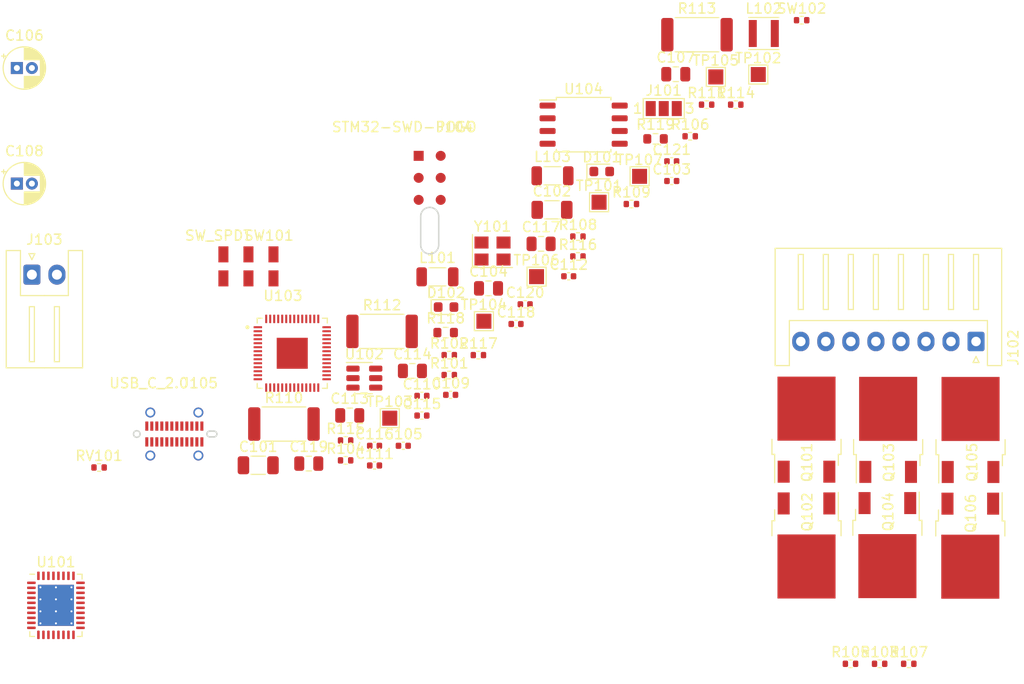
<source format=kicad_pcb>
(kicad_pcb (version 20211014) (generator pcbnew)
  (layers (0 "F.Cu" signal) (31 "B.Cu" signal) (34 "B.Paste" user) (35 "F.Paste" user) (36 "B.SilkS" user "B.Silkscreen") (37 "F.SilkS" user "F.Silkscreen") (38 "B.Mask" user) (39 "F.Mask" user) (44 "Edge.Cuts" user))
  (net 0 "")
  (net 1 "GND")
  (net 2 "Net-(C101-Pad2)")
  (net 3 "Net-(C103-Pad1)")
  (net 4 "Net-(C104-Pad1)")
  (net 5 "+24V")
  (net 6 "Net-(C109-Pad1)")
  (net 7 "Net-(C109-Pad2)")
  (net 8 "Net-(C110-Pad1)")
  (net 9 "BLDC_U")
  (net 10 "Net-(C112-Pad1)")
  (net 11 "BLDC_V")
  (net 12 "+3V3")
  (net 13 "Net-(C116-Pad1)")
  (net 14 "BLDC_W")
  (net 15 "XIN")
  (net 16 "XOUT")
  (net 17 "Net-(D101-Pad1)")
  (net 18 "ERR")
  (net 19 "Net-(D102-Pad1)")
  (net 20 "Net-(D102-Pad2)")
  (net 21 "DRV")
  (net 22 "+5V")
  (net 23 "HALL_U")
  (net 24 "HALL_V")
  (net 25 "HALL_W")
  (net 26 "SWD")
  (net 27 "RUN")
  (net 29 "SWCLK")
  (net 30 "Net-(J105-PadA5)")
  (net 31 "USB_P")
  (net 32 "USB_M")
  (net 34 "Net-(J105-PadB5)")
  (net 36 "Net-(L101-Pad1)")
  (net 37 "Net-(L101-Pad2)")
  (net 38 "Net-(Q101-Pad2)")
  (net 39 "Net-(Q102-Pad2)")
  (net 40 "Net-(Q102-Pad3)")
  (net 41 "Net-(Q103-Pad2)")
  (net 42 "Net-(Q104-Pad2)")
  (net 43 "Net-(Q104-Pad3)")
  (net 44 "Net-(Q105-Pad2)")
  (net 45 "Net-(Q106-Pad2)")
  (net 46 "Net-(Q106-Pad3)")
  (net 47 "Net-(R102-Pad1)")
  (net 48 "Net-(R103-Pad1)")
  (net 49 "Net-(R104-Pad1)")
  (net 50 "Net-(R105-Pad1)")
  (net 51 "Net-(R106-Pad1)")
  (net 52 "Net-(R107-Pad1)")
  (net 53 "Net-(R108-Pad1)")
  (net 54 "Net-(R109-Pad2)")
  (net 55 "Net-(R117-Pad1)")
  (net 56 "QSPI_CS")
  (net 57 "Net-(R118-Pad2)")
  (net 58 "Net-(R119-Pad2)")
  (net 59 "MANUAL")
  (net 60 "MANUAL_EN")
  (net 61 "EXT_IN")
  (net 62 "UH")
  (net 63 "VH")
  (net 64 "WH")
  (net 65 "UL")
  (net 66 "WL")
  (net 67 "VL")
  (net 69 "Net-(U103-Pad23)")
  (net 70 "EN")
  (net 71 "SH")
  (net 72 "QSPI_D3")
  (net 73 "QSPI_SCLK")
  (net 74 "QSPI_D0")
  (net 75 "QSPI_D2")
  (net 76 "QSPI_D1")
  (net 77 "UART_TX")
  (net 78 "UART_RX")
  (net 79 "SDA")
  (net 80 "SCL")
  (net 85 "GAIN")
  (net 87 "S0")
  (net 88 "S1")
  (net 89 "S2")
  (footprint "Resistor_SMD:R_0402_1005Metric" (layer "F.Cu") (at 125.1596 63.3718)
    (fp_text reference "R109" (at 0 -1.17) (layer "F.SilkS"))
    (fp_text value "27k")
    (pad "1" smd roundrect (at -0.51 0) (size 0.54 0.64) (layers "F.Cu" "F.Paste" "F.Mask") (net 53 "Net-(R108-Pad1)"))
    (pad "2" smd roundrect (at 0.51 0) (size 0.54 0.64) (layers "F.Cu" "F.Paste" "F.Mask") (net 54 "Net-(R109-Pad2)"))
  )
  (footprint "Resistor_SMD:R_0402_1005Metric" (layer "F.Cu") (at 131.0296 56.6018)
    (fp_text reference "R106" (at 0 -1.17) (layer "F.SilkS"))
    (fp_text value "22")
    (pad "1" smd roundrect (at -0.51 0) (size 0.54 0.64) (layers "F.Cu" "F.Paste" "F.Mask") (net 51 "Net-(R106-Pad1)"))
    (pad "2" smd roundrect (at 0.51 0) (size 0.54 0.64) (layers "F.Cu" "F.Paste" "F.Mask") (net 42 "Net-(Q104-Pad2)"))
  )
  (footprint "Capacitor_SMD:C_0402_1005Metric" (layer "F.Cu") (at 129.1896 59.1018)
    (fp_text reference "C121" (at 0 -1.16) (layer "F.SilkS"))
    (fp_text value "20pF")
    (pad "1" smd roundrect (at -0.48 0) (size 0.56 0.62) (layers "F.Cu" "F.Paste" "F.Mask") (net 16 "XOUT"))
    (pad "2" smd roundrect (at 0.48 0) (size 0.56 0.62) (layers "F.Cu" "F.Paste" "F.Mask") (net 1 "GND"))
  )
  (footprint "Crystal:Crystal_SMD_3225-4Pin_3.2x2.5mm" (layer "F.Cu") (at 111.2896 68.0718)
    (fp_text reference "Y101" (at 0 -2.45) (layer "F.SilkS"))
    (fp_text value "12MHz")
    (pad "1" smd rect (at -1.1 0.85) (size 1.4 1.2) (layers "F.Cu" "F.Paste" "F.Mask") (net 15 "XIN"))
    (pad "2" smd rect (at 1.1 0.85) (size 1.4 1.2) (layers "F.Cu" "F.Paste" "F.Mask") (net 1 "GND"))
    (pad "3" smd rect (at 1.1 -0.85) (size 1.4 1.2) (layers "F.Cu" "F.Paste" "F.Mask") (net 16 "XOUT"))
    (pad "4" smd rect (at -1.1 -0.85) (size 1.4 1.2) (layers "F.Cu" "F.Paste" "F.Mask") (net 1 "GND"))
  )
  (footprint "matei:JS202011JCQN" (layer "F.Cu") (at 86.4146 71.6068)
    (fp_text reference "SW101" (at 2.54 -5.08) (layer "F.SilkS"))
    (fp_text value "SW_SPDT" (at -2.54 -5.08) (layer "F.SilkS"))
    (pad "1" smd rect (at -2 -0.8) (size 1 1.6) (layers "F.Cu" "F.Paste" "F.Mask") (net 12 "+3V3"))
    (pad "2" smd rect (at 0.5 -0.8) (size 1 1.6) (layers "F.Cu" "F.Paste" "F.Mask") (net 60 "MANUAL_EN"))
    (pad "3" smd rect (at 3 -0.8) (size 1 1.6) (layers "F.Cu" "F.Paste" "F.Mask") (net 1 "GND"))
    (pad "4" smd rect (at -2 -3.2) (size 1 1.6) (layers "F.Cu" "F.Paste" "F.Mask"))
    (pad "5" smd rect (at 0.5 -3.2) (size 1 1.6) (layers "F.Cu" "F.Paste" "F.Mask"))
    (pad "6" smd rect (at 3 -3.2) (size 1 1.6) (layers "F.Cu" "F.Paste" "F.Mask"))
  )
  (footprint "Package_DFN_QFN:QFN-36-1EP_5x6mm_P0.5mm_EP3.6x4.1mm_ThermalVias" (layer "F.Cu") (at 67.691 103.4796)
    (fp_text reference "U101" (at 0 -4.32) (layer "F.SilkS"))
    (fp_text value "TMC6140")
    (pad "1" smd roundrect (at -2.45 -2.25) (size 0.85 0.25) (layers "F.Cu" "F.Paste" "F.Mask"))
    (pad "2" smd roundrect (at -2.45 -1.75) (size 0.85 0.25) (layers "F.Cu" "F.Paste" "F.Mask"))
    (pad "3" smd roundrect (at -2.45 -1.25) (size 0.85 0.25) (layers "F.Cu" "F.Paste" "F.Mask") (net 62 "UH"))
    (pad "4" smd roundrect (at -2.45 -0.75) (size 0.85 0.25) (layers "F.Cu" "F.Paste" "F.Mask") (net 63 "VH"))
    (pad "5" smd roundrect (at -2.45 -0.25) (size 0.85 0.25) (layers "F.Cu" "F.Paste" "F.Mask") (net 64 "WH"))
    (pad "6" smd roundrect (at -2.45 0.25) (size 0.85 0.25) (layers "F.Cu" "F.Paste" "F.Mask") (net 65 "UL"))
    (pad "7" smd roundrect (at -2.45 0.75) (size 0.85 0.25) (layers "F.Cu" "F.Paste" "F.Mask") (net 66 "WL"))
    (pad "8" smd roundrect (at -2.45 1.25) (size 0.85 0.25) (layers "F.Cu" "F.Paste" "F.Mask"))
    (pad "9" smd roundrect (at -2.45 1.75) (size 0.85 0.25) (layers "F.Cu" "F.Paste" "F.Mask"))
    (pad "10" smd roundrect (at -2.45 2.25) (size 0.85 0.25) (layers "F.Cu" "F.Paste" "F.Mask") (net 67 "VL"))
    (pad "11" smd roundrect (at -1.75 2.95) (size 0.25 0.85) (layers "F.Cu" "F.Paste" "F.Mask"))
    (pad "12" smd roundrect (at -1.25 2.95) (size 0.25 0.85) (layers "F.Cu" "F.Paste" "F.Mask") (net 18 "ERR"))
    (pad "13" smd roundrect (at -0.75 2.95) (size 0.25 0.85) (layers "F.Cu" "F.Paste" "F.Mask"))
    (pad "14" smd roundrect (at -0.25 2.95) (size 0.25 0.85) (layers "F.Cu" "F.Paste" "F.Mask"))
    (pad "15" smd roundrect (at 0.25 2.95) (size 0.25 0.85) (layers "F.Cu" "F.Paste" "F.Mask"))
    (pad "16" smd roundrect (at 0.75 2.95) (size 0.25 0.85) (layers "F.Cu" "F.Paste" "F.Mask"))
    (pad "17" smd roundrect (at 1.25 2.95) (size 0.25 0.85) (layers "F.Cu" "F.Paste" "F.Mask"))
    (pad "18" smd roundrect (at 1.75 2.95) (size 0.25 0.85) (layers "F.Cu" "F.Paste" "F.Mask"))
    (pad "19" smd roundrect (at 2.45 2.25) (size 0.85 0.25) (layers "F.Cu" "F.Paste" "F.Mask"))
    (pad "20" smd roundrect (at 2.45 1.75) (size 0.85 0.25) (layers "F.Cu" "F.Paste" "F.Mask"))
    (pad "21" smd roundrect (at 2.45 1.25) (size 0.85 0.25) (layers "F.Cu" "F.Paste" "F.Mask"))
    (pad "22" smd roundrect (at 2.45 0.75) (size 0.85 0.25) (layers "F.Cu" "F.Paste" "F.Mask"))
    (pad "23" smd roundrect (at 2.45 0.25) (size 0.85 0.25) (layers "F.Cu" "F.Paste" "F.Mask"))
    (pad "24" smd roundrect (at 2.45 -0.25) (size 0.85 0.25) (layers "F.Cu" "F.Paste" "F.Mask"))
    (pad "25" smd roundrect (at 2.45 -0.75) (size 0.85 0.25) (layers "F.Cu" "F.Paste" "F.Mask"))
    (pad "26" smd roundrect (at 2.45 -1.25) (size 0.85 0.25) (layers "F.Cu" "F.Paste" "F.Mask"))
    (pad "27" smd roundrect (at 2.45 -1.75) (size 0.85 0.25) (layers "F.Cu" "F.Paste" "F.Mask"))
    (pad "28" smd roundrect (at 2.45 -2.25) (size 0.85 0.25) (layers "F.Cu" "F.Paste" "F.Mask"))
    (pad "29" smd roundrect (at 1.75 -2.95) (size 0.25 0.85) (layers "F.Cu" "F.Paste" "F.Mask"))
    (pad "30" smd roundrect (at 1.25 -2.95) (size 0.25 0.85) (layers "F.Cu" "F.Paste" "F.Mask"))
    (pad "31" smd roundrect (at 0.75 -2.95) (size 0.25 0.85) (layers "F.Cu" "F.Paste" "F.Mask"))
    (pad "32" smd roundrect (at 0.25 -2.95) (size 0.25 0.85) (layers "F.Cu" "F.Paste" "F.Mask"))
    (pad "33" smd roundrect (at -0.25 -2.95) (size 0.25 0.85) (layers "F.Cu" "F.Paste" "F.Mask"))
    (pad "34" smd roundrect (at -0.75 -2.95) (size 0.25 0.85) (layers "F.Cu" "F.Paste" "F.Mask"))
    (pad "35" smd roundrect (at -1.25 -2.95) (size 0.25 0.85) (layers "F.Cu" "F.Paste" "F.Mask"))
    (pad "36" smd roundrect (at -1.75 -2.95) (size 0.25 0.85) (layers "F.Cu" "F.Paste" "F.Mask"))
    (pad "37" thru_hole circle (at -1.55 -1.8) (size 0.5 0.5) (drill 0.2) (layers *.Cu))
    (pad "37" thru_hole circle (at 1.55 0.6) (size 0.5 0.5) (drill 0.2) (layers *.Cu))
    (pad "37" thru_hole circle (at 0 -0.6) (size 0.5 0.5) (drill 0.2) (layers *.Cu))
    (pad "37" thru_hole circle (at 0 -1.8) (size 0.5 0.5) (drill 0.2) (layers *.Cu))
    (pad "37" thru_hole circle (at -1.55 -0.6) (size 0.5 0.5) (drill 0.2) (layers *.Cu))
    (pad "37" thru_hole circle (at 1.55 -1.8) (size 0.5 0.5) (drill 0.2) (layers *.Cu))
    (pad "37" thru_hole circle (at -1.55 0.6) (size 0.5 0.5) (drill 0.2) (layers *.Cu))
    (pad "37" thru_hole circle (at 1.55 -0.6) (size 0.5 0.5) (drill 0.2) (layers *.Cu))
    (pad "37" thru_hole circle (at 1.55 1.8) (size 0.5 0.5) (drill 0.2) (layers *.Cu))
    (pad "37" smd rect (at 0 0) (size 3.6 4.1) (layers "B.Cu"))
    (pad "37" thru_hole circle (at -1.55 1.8) (size 0.5 0.5) (drill 0.2) (layers *.Cu))
    (pad "37" thru_hole circle (at 0 0.6) (size 0.5 0.5) (drill 0.2) (layers *.Cu))
    (pad "37" thru_hole circle (at 0 1.8) (size 0.5 0.5) (drill 0.2) (layers *.Cu))
    (pad "37" smd rect (at 0 0) (size 3.6 4.1) (layers "F.Cu" "F.Mask"))
  )
  (footprint "Inductor_SMD:L_Taiyo-Yuden_NR-30xx" (layer "F.Cu") (at 138.3796 46.3318)
    (fp_text reference "L102" (at 0 -2.5) (layer "F.SilkS"))
    (fp_text value "4.7uH")
    (pad "1" smd rect (at -1.1 0) (size 0.8 2.7) (layers "F.Cu" "F.Paste" "F.Mask") (net 7 "Net-(C109-Pad2)"))
    (pad "2" smd rect (at 1.1 0) (size 0.8 2.7) (layers "F.Cu" "F.Paste" "F.Mask") (net 12 "+3V3"))
  )
  (footprint "Capacitor_SMD:C_1206_3216Metric" (layer "F.Cu") (at 87.8896 89.4818)
    (fp_text reference "C101" (at 0 -1.85) (layer "F.SilkS"))
    (fp_text value "22uF")
    (pad "1" smd roundrect (at -1.475 0) (size 1.15 1.8) (layers "F.Cu" "F.Paste" "F.Mask") (roundrect_rratio 0.217391) (net 1 "GND"))
    (pad "2" smd roundrect (at 1.475 0) (size 1.15 1.8) (layers "F.Cu" "F.Paste" "F.Mask") (roundrect_rratio 0.217391) (net 2 "Net-(C101-Pad2)"))
  )
  (footprint "Capacitor_SMD:C_0402_1005Metric" (layer "F.Cu") (at 104.2396 84.5118)
    (fp_text reference "C115" (at 0 -1.16) (layer "F.SilkS"))
    (fp_text value "10nF")
    (pad "1" smd roundrect (at -0.48 0) (size 0.56 0.62) (layers "F.Cu" "F.Paste" "F.Mask") (net 5 "+24V"))
    (pad "2" smd roundrect (at 0.48 0) (size 0.56 0.62) (layers "F.Cu" "F.Paste" "F.Mask") (net 1 "GND"))
  )
  (footprint "Resistor_SMD:R_0402_1005Metric" (layer "F.Cu") (at 109.8796 78.4718)
    (fp_text reference "R117" (at 0 -1.17) (layer "F.SilkS"))
    (fp_text value "1k")
    (pad "1" smd roundrect (at -0.51 0) (size 0.54 0.64) (layers "F.Cu" "F.Paste" "F.Mask") (net 55 "Net-(R117-Pad1)"))
    (pad "2" smd roundrect (at 0.51 0) (size 0.54 0.64) (layers "F.Cu" "F.Paste" "F.Mask") (net 56 "QSPI_CS"))
  )
  (footprint "Package_TO_SOT_SMD:TO-252-2" (layer "F.Cu") (at 159.0284 85.9536 90)
    (fp_text reference "Q105" (at -3.2326 0.1534 90) (layer "F.SilkS"))
    (fp_text value "NCE6020AK")
    (pad "1" smd rect (at -4.2 -2.28 90) (size 2.2 1.2) (layers "F.Cu" "F.Paste" "F.Mask") (net 5 "+24V"))
    (pad "2" smd rect (at 2.1 0 90) (size 6.4 5.8) (layers "F.Cu" "F.Mask") (net 44 "Net-(Q105-Pad2)"))
    (pad "3" smd rect (at -4.2 2.28 90) (size 2.2 1.2) (layers "F.Cu" "F.Paste" "F.Mask") (net 14 "BLDC_W"))
  )
  (footprint "Package_SO:SOIC-8_5.23x5.23mm_P1.27mm" (layer "F.Cu") (at 120.3896 55.4418)
    (fp_text reference "U104" (at 0 -3.56) (layer "F.SilkS"))
    (fp_text value "W25Q32JVSS")
    (pad "1" smd roundrect (at -3.6 -1.905) (size 1.6 0.6) (layers "F.Cu" "F.Paste" "F.Mask") (net 56 "QSPI_CS"))
    (pad "2" smd roundrect (at -3.6 -0.635) (size 1.6 0.6) (layers "F.Cu" "F.Paste" "F.Mask") (net 74 "QSPI_D0"))
    (pad "3" smd roundrect (at -3.6 0.635) (size 1.6 0.6) (layers "F.Cu" "F.Paste" "F.Mask") (net 75 "QSPI_D2"))
    (pad "4" smd roundrect (at -3.6 1.905) (size 1.6 0.6) (layers "F.Cu" "F.Paste" "F.Mask") (net 1 "GND"))
    (pad "5" smd roundrect (at 3.6 1.905) (size 1.6 0.6) (layers "F.Cu" "F.Paste" "F.Mask") (net 76 "QSPI_D1"))
    (pad "6" smd roundrect (at 3.6 0.635) (size 1.6 0.6) (layers "F.Cu" "F.Paste" "F.Mask") (net 73 "QSPI_SCLK"))
    (pad "7" smd roundrect (at 3.6 -0.635) (size 1.6 0.6) (layers "F.Cu" "F.Paste" "F.Mask") (net 72 "QSPI_D3"))
    (pad "8" smd roundrect (at 3.6 -1.905) (size 1.6 0.6) (layers "F.Cu" "F.Paste" "F.Mask") (net 12 "+3V3"))
  )
  (footprint "Capacitor_SMD:C_0805_2012Metric" (layer "F.Cu") (at 97.0296 84.5018)
    (fp_text reference "C113" (at 0 -1.68) (layer "F.SilkS"))
    (fp_text value "10uF")
    (pad "1" smd roundrect (at -0.95 0) (size 1 1.45) (layers "F.Cu" "F.Paste" "F.Mask") (net 12 "+3V3"))
    (pad "2" smd roundrect (at 0.95 0) (size 1 1.45) (layers "F.Cu" "F.Paste" "F.Mask") (net 1 "GND"))
  )
  (footprint "TestPoint:TestPoint_Pad_1.5x1.5mm" (layer "F.Cu") (at 121.9296 63.1918)
    (fp_text reference "TP101" (at 0 -1.648) (layer "F.SilkS"))
    (fp_text value "ENCU")
    (pad "1" smd rect (at 0 0) (size 1.5 1.5) (layers "F.Cu" "F.Mask") (net 23 "HALL_U"))
  )
  (footprint "Package_TO_SOT_SMD:TO-252-2" (layer "F.Cu") (at 142.6454 85.9214 90)
    (fp_text reference "Q101" (at -3.2834 0.0518 90) (layer "F.SilkS"))
    (fp_text value "NCE6020AK")
    (pad "1" smd rect (at -4.2 -2.28 90) (size 2.2 1.2) (layers "F.Cu" "F.Paste" "F.Mask") (net 5 "+24V"))
    (pad "2" smd rect (at 2.1 0 90) (size 6.4 5.8) (layers "F.Cu" "F.Mask") (net 38 "Net-(Q101-Pad2)"))
    (pad "3" smd rect (at -4.2 2.28 90) (size 2.2 1.2) (layers "F.Cu" "F.Paste" "F.Mask") (net 9 "BLDC_U"))
  )
  (footprint "Inductor_SMD:L_1206_3216Metric" (layer "F.Cu") (at 117.2796 60.5518)
    (fp_text reference "L103" (at 0 -1.9) (layer "F.SilkS"))
    (fp_text value "20uH")
    (pad "1" smd roundrect (at -1.575 0) (size 1.05 1.9) (layers "F.Cu" "F.Paste" "F.Mask") (roundrect_rratio 0.238095) (net 2 "Net-(C101-Pad2)"))
    (pad "2" smd roundrect (at 1.575 0) (size 1.05 1.9) (layers "F.Cu" "F.Paste" "F.Mask") (roundrect_rratio 0.238095) (net 36 "Net-(L101-Pad1)"))
  )
  (footprint "Resistor_SMD:R_0402_1005Metric" (layer "F.Cu") (at 106.9696 80.4618)
    (fp_text reference "R101" (at 0 -1.17) (layer "F.SilkS"))
    (fp_text value "10k")
    (pad "1" smd roundrect (at -0.51 0) (size 0.54 0.64) (layers "F.Cu" "F.Paste" "F.Mask") (net 1 "GND"))
    (pad "2" smd roundrect (at 0.51 0) (size 0.54 0.64) (layers "F.Cu" "F.Paste" "F.Mask") (net 17 "Net-(D101-Pad1)"))
  )
  (footprint "Capacitor_SMD:C_0805_2012Metric" (layer "F.Cu") (at 92.9396 89.3118)
    (fp_text reference "C119" (at 0 -1.68) (layer "F.SilkS"))
    (fp_text value "10uF")
    (pad "1" smd roundrect (at -0.95 0) (size 1 1.45) (layers "F.Cu" "F.Paste" "F.Mask") (net 5 "+24V"))
    (pad "2" smd roundrect (at 0.95 0) (size 1 1.45) (layers "F.Cu" "F.Paste" "F.Mask") (net 1 "GND"))
  )
  (footprint "Capacitor_SMD:C_0805_2012Metric" (layer "F.Cu") (at 116.1396 67.3518)
    (fp_text reference "C117" (at 0 -1.68) (layer "F.SilkS"))
    (fp_text value "10uF")
    (pad "1" smd roundrect (at -0.95 0) (size 1 1.45) (layers "F.Cu" "F.Paste" "F.Mask") (net 5 "+24V"))
    (pad "2" smd roundrect (at 0.95 0) (size 1 1.45) (layers "F.Cu" "F.Paste" "F.Mask") (net 1 "GND"))
  )
  (footprint "Capacitor_SMD:C_0805_2012Metric" (layer "F.Cu") (at 103.2896 80.0518)
    (fp_text reference "C114" (at 0 -1.68) (layer "F.SilkS"))
    (fp_text value "10uF")
    (pad "1" smd roundrect (at -0.95 0) (size 1 1.45) (layers "F.Cu" "F.Paste" "F.Mask") (net 5 "+24V"))
    (pad "2" smd roundrect (at 0.95 0) (size 1 1.45) (layers "F.Cu" "F.Paste" "F.Mask") (net 1 "GND"))
  )
  (footprint "Package_TO_SOT_SMD:TO-252-2" (layer "F.Cu") (at 150.7988 85.944 90)
    (fp_text reference "Q103" (at -3.2608 0.0772 90) (layer "F.SilkS"))
    (fp_text value "NCE6020AK")
    (pad "1" smd rect (at -4.2 -2.28 90) (size 2.2 1.2) (layers "F.Cu" "F.Paste" "F.Mask") (net 5 "+24V"))
    (pad "2" smd rect (at 2.1 0 90) (size 6.4 5.8) (layers "F.Cu" "F.Mask") (net 41 "Net-(Q103-Pad2)"))
    (pad "3" smd rect (at -4.2 2.28 90) (size 2.2 1.2) (layers "F.Cu" "F.Paste" "F.Mask") (net 11 "BLDC_V"))
  )
  (footprint "Resistor_SMD:R_0402_1005Metric" (layer "F.Cu") (at 142.1596 45.0018)
    (fp_text reference "SW102" (at 0 -1.17) (layer "F.SilkS"))
    (fp_text value "BOOT_SEL")
    (pad "1" smd roundrect (at -0.51 0) (size 0.54 0.64) (layers "F.Cu" "F.Paste" "F.Mask") (net 55 "Net-(R117-Pad1)"))
    (pad "2" smd roundrect (at 0.51 0) (size 0.54 0.64) (layers "F.Cu" "F.Paste" "F.Mask") (net 1 "GND"))
  )
  (footprint "Capacitor_SMD:C_0402_1005Metric" (layer "F.Cu") (at 104.2396 82.5418)
    (fp_text reference "C110" (at 0 -1.16) (layer "F.SilkS"))
    (fp_text value "470nF")
    (pad "1" smd roundrect (at -0.48 0) (size 0.56 0.62) (layers "F.Cu" "F.Paste" "F.Mask") (net 8 "Net-(C110-Pad1)"))
    (pad "2" smd roundrect (at 0.48 0) (size 0.56 0.62) (layers "F.Cu" "F.Paste" "F.Mask") (net 9 "BLDC_U"))
  )
  (footprint "Resistor_SMD:R_0603_1608Metric" (layer "F.Cu") (at 106.6096 76.2218)
    (fp_text reference "R118" (at 0 -1.43) (layer "F.SilkS"))
    (fp_text value "27R")
    (pad "1" smd roundrect (at -0.825 0) (size 0.8 0.95) (layers "F.Cu" "F.Paste" "F.Mask") (net 32 "USB_M"))
    (pad "2" smd roundrect (at 0.825 0) (size 0.8 0.95) (layers "F.Cu" "F.Paste" "F.Mask") (net 57 "Net-(R118-Pad2)"))
  )
  (footprint "Resistor_SMD:R_0402_1005Metric" (layer "F.Cu") (at 96.6196 87.0018)
    (fp_text reference "R115" (at 0 -1.17) (layer "F.SilkS"))
    (fp_text value "5.1k")
    (pad "1" smd roundrect (at -0.51 0) (size 0.54 0.64) (layers "F.Cu" "F.Paste" "F.Mask") (net 1 "GND"))
    (pad "2" smd roundrect (at 0.51 0) (size 0.54 0.64) (layers "F.Cu" "F.Paste" "F.Mask") (net 34 "Net-(J105-PadB5)"))
  )
  (footprint "TestPoint:TestPoint_Pad_1.5x1.5mm" (layer "F.Cu") (at 125.9796 60.6018)
    (fp_text reference "TP107" (at 0 -1.648) (layer "F.SilkS"))
    (fp_text value "TestPoint")
    (pad "1" smd rect (at 0 0) (size 1.5 1.5) (layers "F.Cu" "F.Mask") (net 61 "EXT_IN"))
  )
  (footprint "matei:SWD_pogo_landing" (layer "F.Cu") (at 105.0146 60.7568)
    (fp_text reference "J104" (at 2.54 -5.08) (layer "F.SilkS"))
    (fp_text value "STM32-SWD-POGO" (at -2.54 -5.08) (layer "F.SilkS"))
    (fp_line (start 0.9 6.7) (end 0.9 3.85) (layer "Edge.Cuts") (width 0.15))
    (fp_line (start -0.9 3.85) (end -0.9 6.7) (layer "Edge.Cuts") (width 0.15))
    (fp_arc (start 0.9 6.7) (mid 0 7.6) (end -0.9 6.7) (layer "Edge.Cuts") (width 0.15))
    (fp_arc (start -0.9 3.85) (mid 0 2.95) (end 0.9 3.85) (layer "Edge.Cuts") (width 0.15))
    (pad "1" smd rect (at -1.1 -2.2) (size 1 1) (layers "F.Cu" "F.Paste" "F.Mask") (net 12 "+3V3"))
    (pad "2" smd circle (at -1.1 0) (size 1 1) (layers "F.Cu" "F.Paste" "F.Mask") (net 26 "SWD"))
    (pad "3" smd circle (at -1.1 2.2) (size 1 1) (layers "F.Cu" "F.Paste" "F.Mask") (net 27 "RUN"))
    (pad "4" smd circle (at 1.1 2.2) (size 1 1) (layers "F.Cu" "F.Paste" "F.Mask"))
    (pad "5" smd circle (at 1.1 0) (size 1 1) (layers "F.Cu" "F.Paste" "F.Mask") (net 1 "GND"))
    (pad "6" smd circle (at 1.1 -2.2) (size 1 1) (layers "F.Cu" "F.Paste" "F.Mask") (net 29 "SWCLK"))
  )
  (footprint "Resistor_SMD:R_0603_1608Metric" (layer "F.Cu") (at 127.5696 56.8618)
    (fp_text reference "R119" (at 0 -1.43) (layer "F.SilkS"))
    (fp_text value "27R")
    (pad "1" smd roundrect (at -0.825 0) (size 0.8 0.95) (layers "F.Cu" "F.Paste" "F.Mask") (net 31 "USB_P"))
    (pad "2" smd roundrect (at 0.825 0) (size 0.8 0.95) (layers "F.Cu" "F.Paste" "F.Mask") (net 58 "Net-(R119-Pad2)"))
  )
  (footprint "TestPoint:TestPoint_Pad_1.5x1.5mm" (layer "F.Cu") (at 110.4296 75.0818)
    (fp_text reference "TP104" (at 0 -1.648) (layer "F.SilkS"))
    (fp_text value "U")
    (pad "1" smd rect (at 0 0) (size 1.5 1.5) (layers "F.Cu" "F.Mask") (net 9 "BLDC_U"))
  )
  (footprint "Capacitor_SMD:C_0402_1005Metric" (layer "F.Cu") (at 118.8996 70.5918)
    (fp_text reference "C112" (at 0 -1.16) (layer "F.SilkS"))
    (fp_text value "470nF")
    (pad "1" smd roundrect (at -0.48 0) (size 0.56 0.62) (layers "F.Cu" "F.Paste" "F.Mask") (net 10 "Net-(C112-Pad1)"))
    (pad "2" smd roundrect (at 0.48 0) (size 0.56 0.62) (layers "F.Cu" "F.Paste" "F.Mask") (net 11 "BLDC_V"))
  )
  (footprint "Resistor_SMD:R_0402_1005Metric" (layer "F.Cu") (at 106.9696 78.4718)
    (fp_text reference "R102" (at 0 -1.17) (layer "F.SilkS"))
    (fp_text value "22")
    (pad "1" smd roundrect (at -0.51 0) (size 0.54 0.64) (layers "F.Cu" "F.Paste" "F.Mask") (net 47 "Net-(R102-Pad1)"))
    (pad "2" smd roundrect (at 0.51 0) (size 0.54 0.64) (layers "F.Cu" "F.Paste" "F.Mask") (net 44 "Net-(Q105-Pad2)"))
  )
  (footprint "TestPoint:TestPoint_Pad_1.5x1.5mm" (layer "F.Cu") (at 101.0296 84.7718)
    (fp_text reference "TP103" (at 0 -1.648) (layer "F.SilkS"))
    (fp_text value "ENCW")
    (pad "1" smd rect (at 0 0) (size 1.5 1.5) (layers "F.Cu" "F.Mask") (net 25 "HALL_W"))
  )
  (footprint "Capacitor_SMD:C_0402_1005Metric" (layer "F.Cu") (at 129.1896 61.0718)
    (fp_text reference "C103" (at 0 -1.16) (layer "F.SilkS"))
    (fp_text value "100nF")
    (pad "1" smd roundrect (at -0.48 0) (size 0.56 0.62) (layers "F.Cu" "F.Paste" "F.Mask") (net 3 "Net-(C103-Pad1)"))
    (pad "2" smd roundrect (at 0.48 0) (size 0.56 0.62) (layers "F.Cu" "F.Paste" "F.Mask") (net 1 "GND"))
  )
  (footprint "TestPoint:TestPoint_Pad_1.5x1.5mm" (layer "F.Cu") (at 115.6896 70.6318)
    (fp_text reference "TP106" (at 0 -1.648) (layer "F.SilkS"))
    (fp_text value "W")
    (pad "1" smd rect (at 0 0) (size 1.5 1.5) (layers "F.Cu" "F.Mask") (net 14 "BLDC_W"))
  )
  (footprint "Package_TO_SOT_SMD:SOT-23-6" (layer "F.Cu") (at 98.4896 80.7718)
    (fp_text reference "U102" (at 0 -2.4) (layer "F.SilkS"))
    (fp_text value "RY8310")
    (pad "1" smd roundrect (at -1.1375 -0.95) (size 1.325 0.6) (layers "F.Cu" "F.Paste" "F.Mask") (net 6 "Net-(C109-Pad1)"))
    (pad "2" smd roundrect (at -1.1375 0) (size 1.325 0.6) (layers "F.Cu" "F.Paste" "F.Mask") (net 1 "GND"))
    (pad "3" smd roundrect (at -1.1375 0.95) (size 1.325 0.6) (layers "F.Cu" "F.Paste" "F.Mask") (net 53 "Net-(R108-Pad1)"))
    (pad "4" smd roundrect (at 1.1375 0.95) (size 1.325 0.6) (layers "F.Cu" "F.Paste" "F.Mask") (net 5 "+24V"))
    (pad "5" smd roundrect (at 1.1375 0) (size 1.325 0.6) (layers "F.Cu" "F.Paste" "F.Mask") (net 5 "+24V"))
    (pad "6" smd roundrect (at 1.1375 -0.95) (size 1.325 0.6) (layers "F.Cu" "F.Paste" "F.Mask") (net 7 "Net-(C109-Pad2)"))
  )
  (footprint "Resistor_SMD:R_0402_1005Metric" (layer "F.Cu") (at 71.9996 89.7018)
    (fp_text reference "RV101" (at 0 -1.17) (layer "F.SilkS"))
    (fp_text value "10k")
    (pad "1" smd roundrect (at -0.51 0) (size 0.54 0.64) (layers "F.Cu" "F.Paste" "F.Mask") (net 12 "+3V3"))
    (pad "2" smd roundrect (at 0.51 0) (size 0.54 0.64) (layers "F.Cu" "F.Paste" "F.Mask") (net 59 "MANUAL"))
  )
  (footprint "Resistor_SMD:R_0402_1005Metric" (layer "F.Cu") (at 119.8196 68.6118)
    (fp_text reference "R116" (at 0 -1.17) (layer "F.SilkS"))
    (fp_text value "10k")
    (pad "1" smd roundrect (at -0.51 0) (size 0.54 0.64) (layers "F.Cu" "F.Paste" "F.Mask") (net 19 "Net-(D102-Pad1)"))
    (pad "2" smd roundrect (at 0.51 0) (size 0.54 0.64) (layers "F.Cu" "F.Paste" "F.Mask") (net 1 "GND"))
  )
  (footprint "matei:QFN40P700X700X90-57N" (layer "F.Cu") (at 91.2896 78.2868)
    (fp_text reference "U103" (at -0.93 -5.74) (layer "F.SilkS"))
    (fp_text value "RP2040")
    (pad "1" smd roundrect locked (at -3.435 -2.6) (size 0.84 0.2) (layers "F.Cu" "F.Paste" "F.Mask") (roundrect_rratio 0.03) (net 12 "+3V3"))
    (pad "2" smd roundrect locked (at -3.435 -2.2) (size 0.84 0.2) (layers "F.Cu" "F.Paste" "F.Mask") (roundrect_rratio 0.03) (net 77 "UART_TX"))
    (pad "3" smd roundrect locked (at -3.435 -1.8) (size 0.84 0.2) (layers "F.Cu" "F.Paste" "F.Mask") (roundrect_rratio 0.03) (net 78 "UART_RX"))
    (pad "4" smd roundrect locked (at -3.435 -1.4) (size 0.84 0.2) (layers "F.Cu" "F.Paste" "F.Mask") (roundrect_rratio 0.03) (net 79 "SDA"))
    (pad "5" smd roundrect locked (at -3.435 -1) (size 0.84 0.2) (layers "F.Cu" "F.Paste" "F.Mask") (roundrect_rratio 0.03) (net 80 "SCL"))
    (pad "6" smd roundrect locked (at -3.435 -0.6) (size 0.84 0.2) (layers "F.Cu" "F.Paste" "F.Mask") (roundrect_rratio 0.03) (net 65 "UL"))
    (pad "7" smd roundrect locked (at -3.435 -0.2) (size 0.84 0.2) (layers "F.Cu" "F.Paste" "F.Mask") (roundrect_rratio 0.03))
    (pad "8" smd roundrect locked (at -3.435 0.2) (size 0.84 0.2) (layers "F.Cu" "F.Paste" "F.Mask") (roundrect_rratio 0.03) (net 62 "UH"))
    (pad "9" smd roundrect locked (at -3.435 0.6) (size 0.84 0.2) (layers "F.Cu" "F.Paste" "F.Mask") (roundrect_rratio 0.03))
    (pad "10" smd roundrect locked (at -3.435 1) (size 0.84 0.2) (layers "F.Cu" "F.Paste" "F.Mask") (roundrect_rratio 0.03) (net 12 "+3V3"))
    (pad "11" smd roundrect locked (at -3.435 1.4) (size 0.84 0.2) (layers "F.Cu" "F.Paste" "F.Mask") (roundrect_rratio 0.03) (net 67 "VL"))
    (pad "12" smd roundrect locked (at -3.435 1.8) (size 0.84 0.2) (layers "F.Cu" "F.Paste" "F.Mask") (roundrect_rratio 0.03))
    (pad "13" smd roundrect locked (at -3.435 2.2) (size 0.84 0.2) (layers "F.Cu" "F.Paste" "F.Mask") (roundrect_rratio 0.03) (net 63 "VH"))
    (pad "14" smd roundrect locked (at -3.435 2.6) (size 0.84 0.2) (layers "F.Cu" "F.Paste" "F.Mask") (roundrect_rratio 0.03))
    (pad "15" smd roundrect locked (at -2.6 3.435) (size 0.2 0.84) (layers "F.Cu" "F.Paste" "F.Mask") (roundrect_rratio 0.1) (net 66 "WL"))
    (pad "16" smd roundrect locked (at -2.2 3.435) (size 0.2 0.84) (layers "F.Cu" "F.Paste" "F.Mask") (roundrect_rratio 0.1))
    (pad "17" smd roundrect locked (at -1.8 3.435) (size 0.2 0.84) (layers "F.Cu" "F.Paste" "F.Mask") (roundrect_rratio 0.1) (net 20 "Net-(D102-Pad2)"))
    (pad "18" smd roundrect locked (at -1.4 3.435) (size 0.2 0.84) (layers "F.Cu" "F.Paste" "F.Mask") (roundrect_rratio 0.1) (net 61 "EXT_IN"))
    (pad "19" smd roundrect locked (at -1 3.435) (size 0.2 0.84) (layers "F.Cu" "F.Paste" "F.Mask") (roundrect_rratio 0.1) (net 1 "GND"))
    (pad "20" smd roundrect locked (at -0.6 3.435) (size 0.2 0.84) (layers "F.Cu" "F.Paste" "F.Mask") (roundrect_rratio 0.1) (net 15 "XIN"))
    (pad "21" smd roundrect locked (at -0.2 3.435) (size 0.2 0.84) (layers "F.Cu" "F.Paste" "F.Mask") (roundrect_rratio 0.1) (net 16 "XOUT"))
    (pad "22" smd roundrect locked (at 0.2 3.435) (size 0.2 0.84) (layers "F.Cu" "F.Paste" "F.Mask") (roundrect_rratio 0.1) (net 12 "+3V3"))
    (pad "23" smd roundrect locked (at 0.6 3.435) (size 0.2 0.84) (layers "F.Cu" "F.Paste" "F.Mask") (roundrect_rratio 0.1) (net 69 "Net-(U103-Pad23)"))
    (pad "24" smd roundrect locked (at 1 3.435) (size 0.2 0.84) (layers "F.Cu" "F.Paste" "F.Mask") (roundrect_rratio 0.1) (net 29 "SWCLK"))
    (pad "25" smd roundrect locked (at 1.4 3.435) (size 0.2 0.84) (layers "F.Cu" "F.Paste" "F.Mask") (roundrect_rratio 0.1) (net 26 "SWD"))
    (pad "26" smd roundrect locked (at 1.8 3.435) (size 0.2 0.84) (layers "F.Cu" "F.Paste" "F.Mask") (roundrect_rratio 0.1) (net 27 "RUN"))
    (pad "27" smd roundrect locked (at 2.2 3.435) (size 0.2 0.84) (layers "F.Cu" "F.Paste" "F.Mask") (roundrect_rratio 0.1) (net 70 "EN"))
    (pad "28" smd roundrect locked (at 2.6 3.435) (size 0.2 0.84) (layers "F.Cu" "F.Paste" "F.Mask") (roundrect_rratio 0.1) (net 71 "SH"))
    (pad "29" smd roundrect locked (at 3.435 2.6) (size 0.84 0.2) (layers "F.Cu" "F.Paste" "F.Mask") (roundrect_rratio 0.03) (net 85 "GAIN"))
    (pad "30" smd roundrect locked (at 3.435 2.2) (size 0.84 0.2) (layers "F.Cu" "F.Paste" "F.Mask") (roundrect_rratio 0.03) (net 21 "DRV"))
    (pad "31" smd roundrect locked (at 3.435 1.8) (size 0.84 0.2) (layers "F.Cu" "F.Paste" "F.Mask") (roundrect_rratio 0.03))
    (pad "32" smd roundrect locked (at 3.435 1.4) (size 0.84 0.2) (layers "F.Cu" "F.Paste" "F.Mask") (roundrect_rratio 0.03) (net 18 "ERR"))
    (pad "33" smd roundrect locked (at 3.435 1) (size 0.84 0.2) (layers "F.Cu" "F.Paste" "F.Mask") (roundrect_rratio 0.03) (net 12 "+3V3"))
    (pad "34" smd roundrect locked (at 3.435 0.6) (size 0.84 0.2) (layers "F.Cu" "F.Paste" "F.Mask") (roundrect_rratio 0.03) (net 23 "HALL_U"))
    (pad "35" smd roundrect locked (at 3.435 0.2) (size 0.84 0.2) (layers "F.Cu" "F.Paste" "F.Mask") (roundrect_rratio 0.03) (net 24 "HALL_V"))
    (pad "36" smd roundrect locked (at 3.435 -0.2) (size 0.84 0.2) (layers "F.Cu" "F.Paste" "F.Mask") (roundrect_rratio 0.03) (net 25 "HALL_W"))
    (pad "37" smd roundrect locked (at 3.435 -0.6) (size 0.84 0.2) (layers "F.Cu" "F.Paste" "F.Mask") (roundrect_rratio 0.03) (net 60 "MANUAL_EN"))
    (pad "38" smd roundrect locked (at 3.435 -1) (size 0.84 0.2) (layers "F.Cu" "F.Paste" "F.Mask") (roundrect_rratio 0.03) (net 87 "S0"))
    (pad "39" smd roundrect locked (at 3.435 -1.4) (size 0.84 0.2) (layers "F.Cu" "F.Paste" "F.Mask") (roundrect_rratio 0.03) (net 88 "S1"))
    (pad "40" smd roundrect locked (at 3.435 -1.8) (size 0.84 0.2) (layers "F.Cu" "F.Paste" "F.Mask") (roundrect_rratio 0.03) (net 89 "S2"))
    (pad "41" smd roundrect locked (at 3.435 -2.2) (size 0.84 0.2) (layers "F.Cu" "F.Paste" "F.Mask") (roundrect_rratio 0.03) (net 59 "MANUAL"))
    (pad "42" smd roundrect locked (at 3.435 -2.6) (size 0.84 0.2) (layers "F.Cu" "F.Paste" "F.Mask") (roundrect_rratio 0.03) (net 12 "+3V3"))
    (pad "43" smd roundrect locked (at 2.6 -3.435) (size 0.2 0.84) (layers "F.Cu" "F.Paste" "F.Mask") (roundrect_rratio 0.1) (net 12 "+3V3"))
    (pad "44" smd roundrect locked (at 2.2 -3.435) (size 0.2 0.84) (layers "F.Cu" "F.Paste" "F.Mask") (roundrect_rratio 0.1) (net 12 "+3V3"))
    (pad "45" smd roundrect locked (at 1.8 -3.435) (size 0.2 0.84) (layers "F.Cu" "F.Paste" "F.Mask") (roundrect_rratio 0.1) (net 69 "Net-(U103-Pad23)"))
    (pad "46" smd roundrect locked (at 1.4 -3.435) (size 0.2 0.84) (layers "F.Cu" "F.Paste" "F.Mask") (roundrect_rratio 0.1) (net 57 "Net-(R118-Pad2)"))
    (pad "47" smd roundrect locked (at 1 -3.435) (size 0.2 0.84) (layers "F.Cu" "F.Paste" "F.Mask") (roundrect_rratio 0.1) (net 58 "Net-(R119-Pad2)"))
    (pad "48" smd roundrect locked (at 0.6 -3.435) (size 0.2 0.84) (layers "F.Cu" "F.Paste" "F.Mask") (roundrect_rratio 0.1) (net 12 "+3V3"))
    (pad "49" smd roundrect locked (at 0.2 -3.435) (size 0.2 0.84) (layers "F.Cu" "F.Paste" "F.Mask") (roundrect_rratio 0.1) (net 12 "+3V3"))
    (pad "50" smd roundrect locked (at -0.2 -3.435) (size 0.2 0.84) (layers "F.Cu" "F.Paste" "F.Mask") (roundrect_rratio 0.1) (net 69 "Net-(U103-Pad23)"))
    (pad "51" smd roundrect locked (at -0.6 -3.435) (size 0.2 0.84) (layers "F.Cu" "F.Paste" "F.Mask") (roundrect_rratio 0.1) (net 72 "QSPI_D3"))
    (pad "52" smd roundrect locked (at -1 -3.435) (size 0.2 0.84) (layers "F.Cu" "F.Paste" "F.Mask") (roundrect_rratio 0.1) (net 73 "QSPI_SCLK"))
    (pad "53" smd roundrect locked (at -1.4 -3.435) (size 0.2 0.84) (layers "F.Cu" "F.Paste" "F.Mask") (roundrect_rratio 0.1) (net 74 "QSPI_D0"))
    (pad "54" smd roundrect locked (at -1.8 -3.435) (size 0.2 0.84) (layers "F.Cu" "F.Paste" "F.Mask") (roundrect_rratio 0.1) (net 75 "QSPI_D2"))
    (pad "55" smd roundrect locked (at -2.2 -3.435) (size 0.2 0.84) (layers "F.Cu" "F.Paste" "F.Mask") (roundrect_rratio 0.1) (net 76 "QSPI_D1"))
    (pad "56" smd roundrect locked (at -2.6 -3.435) (size 0.2 0.84) (layers "F.Cu" "F.Paste" "F.Mask") (roundrect_rratio 0.1) (net 56 "QSPI_CS"))
    (pad "57" smd rect locked (at 0 0) (size 3.1 3.1) (layers "F.Cu" "F.Mask") (net 1 "GND"))
  )
  (footprint "Capacitor_SMD:C_0402_1005Metric" (layer "F.Cu") (at 99.5096 89.5018)
    (fp_text reference "C111" (at 0 -1.16) (layer "F.SilkS"))
    (fp_text value "10nF")
    (pad "1" smd roundrect (at -0.48 0) (size 0.56 0.62) (layers "F.Cu" "F.Paste" "F.Mask") (net 5 "+24V"))
    (pad "2" smd roundrect (at 0.48 0) (size 0.56 0.62) (layers "F.Cu" "F.Paste" "F.Mask") (net 1 "GND"))
  )
  (footprint "Inductor_SMD:L_1206_3216Metric" (layer "F.Cu") (at 105.7896 70.6518)
    (fp_text reference "L101" (at 0 -1.9) (layer "F.SilkS"))
    (fp_text value "20uH")
    (pad "1" smd roundrect (at -1.575 0) (size 1.05 1.9) (layers "F.Cu" "F.Paste" "F.Mask") (roundrect_rratio 0.238095) (net 36 "Net-(L101-Pad1)"))
    (pad "2" smd roundrect (at 1.575 0) (size 1.05 1.9) (layers "F.Cu" "F.Paste" "F.Mask") (roundrect_rratio 0.238095) (net 37 "Net-(L101-Pad2)"))
  )
  (footprint "matei:918-418K2022Y40004" (layer "F.Cu") (at 79.5146 86.3568)
    (fp_text reference "J105" (at 2.54 -5.08) (layer "F.SilkS"))
    (fp_text value "USB_C_2.0" (at -2.54 -5.08) (layer "F.SilkS"))
    (fp_line (start 3.54 0.29) (end 3.96 0.29) (layer "Edge.Cuts") (width 0.15))
    (fp_line (start 3.96 -0.29) (end 3.54 -0.29) (layer "Edge.Cuts") (width 0.15))
    (fp_arc (start 3.96 -0.29) (mid 4.25 0) (end 3.96 0.29) (layer "Edge.Cuts") (width 0.15))
    (fp_arc (start 3.54 0.29) (mid 3.25 0) (end 3.54 -0.29) (layer "Edge.Cuts") (width 0.15))
    (fp_circle (center -3.75 0) (end -4.08 0) (layer "Edge.Cuts") (width 0.15) (fill none))
    (pad "A1" smd rect (at -2.75 -0.79) (size 0.3 0.92) (layers "F.Cu" "F.Paste" "F.Mask") (net 1 "GND"))
    (pad "A2" smd rect (at -2.25 -0.79) (size 0.3 0.92) (layers "F.Cu" "F.Paste" "F.Mask"))
    (pad "A3" smd rect (at -1.75 -0.79) (size 0.3 0.92) (layers "F.Cu" "F.Paste" "F.Mask"))
    (pad "A4" smd rect (at -1.25 -0.79) (size 0.3 0.92) (layers "F.Cu" "F.Paste" "F.Mask") (net 22 "+5V"))
    (pad "A5" smd rect (at -0.75 -0.79) (size 0.3 0.92) (layers "F.Cu" "F.Paste" "F.Mask") (net 30 "Net-(J105-PadA5)"))
    (pad "A6" smd rect (at -0.25 -0.79) (size 0.3 0.92) (layers "F.Cu" "F.Paste" "F.Mask") (net 31 "USB_P"))
    (pad "A7" smd rect (at 0.25 -0.79) (size 0.3 0.92) (layers "F.Cu" "F.Paste" "F.Mask") (net 32 "USB_M"))
    (pad "A8" smd rect (at 0.75 -0.79) (size 0.3 0.92) (layers "F.Cu" "F.Paste" "F.Mask"))
    (pad "A9" smd rect (at 1.25 -0.79) (size 0.3 0.92) (layers "F.Cu" "F.Paste" "F.Mask") (net 22 "+5V"))
    (pad "A10" smd rect (at 1.75 -0.79) (size 0.3 0.92) (layers "F.Cu" "F.Paste" "F.Mask"))
    (pad "A11" smd rect (at 2.25 -0.79) (size 0.3 0.92) (layers "F.Cu" "F.Paste" "F.Mask"))
    (pad "A12" smd rect (at 2.75 -0.79) (size 0.3 0.92) (layers "F.Cu" "F.Paste" "F.Mask") (net 1 "GND"))
    (pad "B1" smd rect (at 2.75 0.79) (size 0.3 0.92) (layers "F.Cu" "F.Paste" "F.Mask") (net 1 "GND"))
    (pad "B2" smd rect (at 2.25 0.79) (size 0.3 0.92) (layers "F.Cu" "F.Paste" "F.Mask"))
    (pad "B3" smd rect (at 1.75 0.79) (size 0.3 0.92) (layers "F.Cu" "F.Paste" "F.Mask"))
    (pad "B4" smd rect (at 1.25 0.79) (size 0.3 0.92) (layers "F.Cu" "F.Paste" "F.Mask") (net 22 "+5V"))
    (pad "B5" smd rect (at 0.75 0.79) (size 0.3 0.92) (layers "F.Cu" "F.Paste" "F.Mask") (net 34 "Net-(J105-PadB5)"))
    (pad "B6" smd rect (at 0.25 0.79) (size 0.3 0.92) (layers "F.Cu" "F.Paste" "F.Mask") (net 31 "USB_P"))
    (pad "B7" smd rect (at -0.25 0.79) (size 0.3 0.92) (layers "F.Cu" "F.Paste" "F.Mask") (net 32 "USB_M"))
    (pad "B8" smd rect (at -0.75 0.79) (size 0.3 0.92) (layers "F.Cu" "F.Paste" "F.Mask"))
    (pad "B9" smd rect (at -1.25 0.79) (size 0.3 0.92) (layers "F.Cu" "F.Paste" "F.Mask") (net 22 "+5V"))
    (pad "B10" smd rect (at -1.75 0.79) (size 0.3 0.92) (layers "F.Cu" "F.Paste" "F.Mask"))
    (pad "B11" smd rect (at -2.25 0.79) (size 0.3 0.92) (layers "F.Cu" "F.Paste" "F.Mask"))
    (pad "B12" smd rect (at -2.75 0.79) (size 0.3 0.92) (layers "F.Cu" "F.Paste" "F.Mask") (net 1 "GND"))
    (pad "S1" thru_hole circle (at 2.4 -2.15) (size 1 1) (drill 0.7) (layers *.Cu *.Mask) (net 1 "GND"))
    (pad "S1" thru_hole circle (at -2.4 2.15) (size 1 1) (drill 0.7) (layers *.Cu *.Mask) (net 1 "GND"))
    (pad "S1" thru_hole circle (at -2.4 -2.15) (size 1 1) (drill 0.7) (layers *.Cu *.Mask) (net 1 "GND"))
    (pad "S1" thru_hole circle (at 2.4 2.15) (size 1 1) (drill 0.7) (layers *.Cu *.Mask) (net 1 "GND"))
  )
  (footprint "Package_TO_SOT_SMD:TO-252-2" (layer "F.Cu") (at 142.6454 97.4948 -90)
    (fp_text reference "Q102" (at -3.337 -0.0772 90) (layer "F.SilkS"))
    (fp_text value "NCE6020AK")
    (pad "1" smd rect (at -4.2 -2.28 270) (size 2.2 1.2) (layers "F.Cu" "F.Paste" "F.Mask") (net 9 "BLDC_U"))
    (pad "2" smd rect (at 2.1 0 270) (size 6.4 5.8) (layers "F.Cu" "F.Mask") (net 39 "Net-(Q102-Pad2)"))
    (pad "3" smd rect (at -4.2 2.28 270) (size 2.2 1.2) (layers "F.Cu" "F.Paste" "F.Mask") (net 40 "Net-(Q102-Pad3)"))
  )
  (footprint "Resistor_SMD:R_0402_1005Metric" (layer "F.Cu") (at 147.0372 109.3216)
    (fp_text reference "R105" (at 0 -1.17) (layer "F.SilkS"))
    (fp_text value "22")
    (pad "1" smd roundrect (at -0.51 0) (size 0.54 0.64) (layers "F.Cu" "F.Paste" "F.Mask") (net 50 "Net-(R105-Pad1)"))
    (pad "2" smd roundrect (at 0.51 0) (size 0.54 0.64) (layers "F.Cu" "F.Paste" "F.Mask") (net 39 "Net-(Q102-Pad2)"))
  )
  (footprint "Capacitor_SMD:C_1206_3216Metric" (layer "F.Cu") (at 117.2296 63.9518)
    (fp_text reference "C102" (at 0 -1.85) (layer "F.SilkS"))
    (fp_text value "22uF")
    (pad "1" smd roundrect (at -1.475 0) (size 1.15 1.8) (layers "F.Cu" "F.Paste" "F.Mask") (roundrect_rratio 0.217391) (net 1 "GND"))
    (pad "2" smd roundrect (at 1.475 0) (size 1.15 1.8) (layers "F.Cu" "F.Paste" "F.Mask") (roundrect_rratio 0.217391) (net 2 "Net-(C101-Pad2)"))
  )
  (footprint "Resistor_SMD:R_0402_1005Metric" (layer "F.Cu") (at 135.5796 53.4418)
    (fp_text reference "R114" (at 0 -1.17) (layer "F.SilkS"))
    (fp_text value "5.1k")
    (pad "1" smd roundrect (at -0.51 0) (size 0.54 0.64) (layers "F.Cu" "F.Paste" "F.Mask") (net 1 "GND"))
    (pad "2" smd roundrect (at 0.51 0) (size 0.54 0.64) (layers "F.Cu" "F.Paste" "F.Mask") (net 30 "Net-(J105-PadA5)"))
  )
  (footprint "Resistor_SMD:R_0402_1005Metric" (layer "F.Cu") (at 152.8572 109.3216)
    (fp_text reference "R107" (at 0 -1.17) (layer "F.SilkS"))
    (fp_text value "22")
    (pad "1" smd roundrect (at -0.51 0) (size 0.54 0.64) (layers "F.Cu" "F.Paste" "F.Mask") (net 52 "Net-(R107-Pad1)"))
    (pad "2" smd roundrect (at 0.51 0) (size 0.54 0.64) (layers "F.Cu" "F.Paste" "F.Mask") (net 45 "Net-(Q106-Pad2)"))
  )
  (footprint "Capacitor_THT:CP_Radial_D4.0mm_P1.50mm" (layer "F.Cu") (at 63.7896 49.7818)
    (fp_text reference "C106" (at 0.75 -3.25) (layer "F.SilkS"))
    (fp_text value "100uF")
    (pad "1" thru_hole rect (at 0 0) (size 1.2 1.2) (drill 0.6) (layers *.Cu *.Mask) (net 5 "+24V"))
    (pad "2" thru_hole circle (at 1.5 0) (size 1.2 1.2) (drill 0.6) (layers *.Cu *.Mask) (net 1 "GND"))
  )
  (footprint "Jumper:SolderJumper-3_P1.3mm_Open_Pad1.0x1.5mm_NumberLabels" (layer "F.Cu") (at 128.3896 53.8318)
    (fp_text reference "J101" (at 0 -1.8) (layer "F.SilkS"))
    (fp_text value "DRVSEL")
    (fp_text user "1" (at -2.6 0) (layer "F.SilkS"))
    (fp_text user "3" (at 2.6 0) (layer "F.SilkS"))
    (pad "1" smd rect (at -1.3 0) (size 1 1.5) (layers "F.Cu" "F.Mask") (net 12 "+3V3"))
    (pad "2" smd rect (at 0 0) (size 1 1.5) (layers "F.Cu" "F.Mask") (net 21 "DRV"))
    (pad "3" smd rect (at 1.3 0) (size 1 1.5) (layers "F.Cu" "F.Mask") (net 1 "GND"))
  )
  (footprint "Diode_SMD:D_0603_1608Metric" (layer "F.Cu") (at 106.6496 73.6718)
    (fp_text reference "D102" (at 0 -1.43) (layer "F.SilkS"))
    (fp_text value "LED")
    (pad "1" smd roundrect (at -0.7875 0) (size 0.875 0.95) (layers "F.Cu" "F.Paste" "F.Mask") (net 19 "Net-(D102-Pad1)"))
    (pad "2" smd roundrect (at 0.7875 0) (size 0.875 0.95) (layers "F.Cu" "F.Paste" "F.Mask") (net 20 "Net-(D102-Pad2)"))
  )
  (footprint "Resistor_SMD:R_2512_6332Metric" (layer "F.Cu") (at 100.2596 76.1018)
    (fp_text reference "R112" (at 0 -2.62) (layer "F.SilkS"))
    (fp_text value "150m")
    (pad "1" smd roundrect (at -2.9625 0) (size 1.225 3.35) (layers "F.Cu" "F.Paste" "F.Mask") (roundrect_rratio 0.204082) (net 43 "Net-(Q104-Pad3)"))
    (pad "2" smd roundrect (at 2.9625 0) (size 1.225 3.35) (layers "F.Cu" "F.Paste" "F.Mask") (roundrect_rratio 0.204082) (net 1 "GND"))
  )
  (footprint "Capacitor_SMD:C_0805_2012Metric" (layer "F.Cu") (at 129.5896 50.4018)
    (fp_text reference "C107" (at 0 -1.68) (layer "F.SilkS"))
    (fp_text value "10uF")
    (pad "1" smd roundrect (at -0.95 0) (size 1 1.45) (layers "F.Cu" "F.Paste" "F.Mask") (net 5 "+24V"))
    (pad "2" smd roundrect (at 0.95 0) (size 1 1.45) (layers "F.Cu" "F.Paste" "F.Mask") (net 1 "GND"))
  )
  (footprint "Resistor_SMD:R_2512_6332Metric" (layer "F.Cu") (at 90.4596 85.3618)
    (fp_text reference "R110" (at 0 -2.62) (layer "F.SilkS"))
    (fp_text value "150m")
    (pad "1" smd roundrect (at -2.9625 0) (size 1.225 3.35) (layers "F.Cu" "F.Paste" "F.Mask") (roundrect_rratio 0.204082) (net 40 "Net-(Q102-Pad3)"))
    (pad "2" smd roundrect (at 2.9625 0) (size 1.225 3.35) (layers "F.Cu" "F.Paste" "F.Mask") (roundrect_rratio 0.204082) (net 1 "GND"))
  )
  (footprint "Package_TO_SOT_SMD:TO-252-2" (layer "F.Cu") (at 150.7236 97.4598 -90)
    (fp_text reference "Q104" (at -3.3274 -0.0762 90) (layer "F.SilkS"))
    (fp_text value "NCE6020AK")
    (pad "1" smd rect (at -4.2 -2.28 270) (size 2.2 1.2) (layers "F.Cu" "F.Paste" "F.Mask") (net 11 "BLDC_V"))
    (pad "2" smd rect (at 2.1 0 270) (size 6.4 5.8) (layers "F.Cu" "F.Mask") (net 42 "Net-(Q104-Pad2)"))
    (pad "3" smd rect (at -4.2 2.28 270) (size 2.2 1.2) (layers "F.Cu" "F.Paste" "F.Mask") (net 43 "Net-(Q104-Pad3)"))
  )
  (footprint "Capacitor_SMD:C_0402_1005Metric" (layer "F.Cu") (at 113.6396 75.3618)
    (fp_text reference "C118" (at 0 -1.16) (layer "F.SilkS"))
    (fp_text value "10nF")
    (pad "1" smd roundrect (at -0.48 0) (size 0.56 0.62) (layers "F.Cu" "F.Paste" "F.Mask") (net 5 "+24V"))
    (pad "2" smd roundrect (at 0.48 0) (size 0.56 0.62) (layers "F.Cu" "F.Paste" "F.Mask") (net 1 "GND"))
  )
  (footprint "Resistor_SMD:R_2512_6332Metric" (layer "F.Cu") (at 131.7096 46.4518)
    (fp_text reference "R113" (at 0 -2.62) (layer "F.SilkS"))
    (fp_text value "150m")
    (pad "1" smd roundrect (at -2.9625 0) (size 1.225 3.35) (layers "F.Cu" "F.Paste" "F.Mask") (roundrect_rratio 0.204082) (net 46 "Net-(Q106-Pad3)"))
    (pad "2" smd roundrect (at 2.9625 0) (size 1.225 3.35) (layers "F.Cu" "F.Paste" "F.Mask") (roundrect_rratio 0.204082) (net 1 "GND"))
  )
  (footprint "Connector_JST:JST_XH_S2B-XH-A_1x02_P2.50mm_Horizontal" (layer "F.Cu") (at 65.2896 70.4318)
    (fp_text reference "J103" (at 1.25 -3.5) (layer "F.SilkS"))
    (fp_text value "24VIN")
    (pad "1" thru_hole roundrect (at 0 0) (size 1.7 2) (drill 1) (layers *.Cu *.Mask) (roundrect_rratio 0.147059) (net 5 "+24V"))
    (pad "2" thru_hole oval (at 2.5 0) (size 1.7 2) (drill 1) (layers *.Cu *.Mask) (net 1 "GND"))
  )
  (footprint "TestPoint:TestPoint_Pad_1.5x1.5mm" (layer "F.Cu") (at 137.8296 50.4318)
    (fp_text reference "TP102" (at 0 -1.648) (layer "F.SilkS"))
    (fp_text value "ENCV")
    (pad "1" smd rect (at 0 0) (size 1.5 1.5) (layers "F.Cu" "F.Mask") (net 24 "HALL_V"))
  )
  (footprint "Capacitor_SMD:C_0402_1005Metric" (layer "F.Cu") (at 99.5096 87.5318)
    (fp_text reference "C116" (at 0 -1.16) (layer "F.SilkS"))
    (fp_text value "470nF")
    (pad "1" smd roundrect (at -0.48 0) (size 0.56 0.62) (layers "F.Cu" "F.Paste" "F.Mask") (net 13 "Net-(C116-Pad1)"))
    (pad "2" smd roundrect (at 0.48 0) (size 0.56 0.62) (layers "F.Cu" "F.Paste" "F.Mask") (net 14 "BLDC_W"))
  )
  (footprint "Capacitor_THT:CP_Radial_D4.0mm_P1.50mm" (layer "F.Cu") (at 63.7896 61.3318)
    (fp_text reference "C108" (at 0.75 -3.25) (layer "F.SilkS"))
    (fp_text value "100uF")
    (pad "1" thru_hole rect (at 0 0) (size 1.2 1.2) (drill 0.6) (layers *.Cu *.Mask) (net 5 "+24V"))
    (pad "2" thru_hole circle (at 1.5 0) (size 1.2 1.2) (drill 0.6) (layers *.Cu *.Mask) (net 1 "GND"))
  )
  (footprint "Capacitor_SMD:C_0402_1005Metric" (layer "F.Cu") (at 107.1096 82.4418)
    (fp_text reference "C109" (at 0 -1.16) (layer "F.SilkS"))
    (fp_text value "100nF")
    (pad "1" smd roundrect (at -0.48 0) (size 0.56 0.62) (layers "F.Cu" "F.Paste" "F.Mask") (net 6 "Net-(C109-Pad1)"))
    (pad "2" smd roundrect (at 0.48 0) (size 0.56 0.62) (layers "F.Cu" "F.Paste" "F.Mask") (net 7 "Net-(C109-Pad2)"))
  )
  (footprint "Package_TO_SOT_SMD:TO-252-2" (layer "F.Cu") (at 159.003 97.5174 -90)
    (fp_text reference "Q106" (at -3.2326 -0.0518 90) (layer "F.SilkS"))
    (fp_text value "NCE6020AK")
    (pad "1" smd rect (at -4.2 -2.28 270) (size 2.2 1.2) (layers "F.Cu" "F.Paste" "F.Mask") (net 14 "BLDC_W"))
    (pad "2" smd rect (at 2.1 0 270) (size 6.4 5.8) (layers "F.Cu" "F.Mask") (net 45 "Net-(Q106-Pad2)"))
    (pad "3" smd rect (at -4.2 2.28 270) (size 2.2 1.2) (layers "F.Cu" "F.Paste" "F.Mask") (net 46 "Net-(Q106-Pad3)"))
  )
  (footprint "Resistor_SMD:R_0402_1005Metric" (layer "F.Cu") (at 96.6196 88.9918)
    (fp_text reference "R104" (at 0 -1.17) (layer "F.SilkS"))
    (fp_text value "22")
    (pad "1" smd roundrect (at -0.51 0) (size 0.54 0.64) (layers "F.Cu" "F.Paste" "F.Mask") (net 49 "Net-(R104-Pad1)"))
    (pad "2" smd roundrect (at 0.51 0) (size 0.54 0.64) (layers "F.Cu" "F.Paste" "F.Mask") (net 38 "Net-(Q101-Pad2)"))
  )
  (footprint "TestPoint:TestPoint_Pad_1.5x1.5mm" (layer "F.Cu") (at 133.5896 50.6718)
    (fp_text reference "TP105" (at 0 -1.648) (layer "F.SilkS"))
    (fp_text value "V")
    (pad "1" smd rect (at 0 0) (size 1.5 1.5) (layers "F.Cu" "F.Mask") (net 11 "BLDC_V"))
  )
  (footprint "Connector_JST:JST_XH_S8B-XH-A_1x08_P2.50mm_Horizontal" (layer "F.Cu") (at 159.5752 77.11 180)
    (fp_text reference "J102" (at -3.7214 -0.614 90) (layer "F.SilkS"))
    (fp_text value "BLDC")
    (pad "1" thru_hole roundrect (at 0 0 180) (size 1.7 1.95) (drill 0.95) (layers *.Cu *.Mask) (roundrect_rratio 0.147059) (net 22 "+5V"))
    (pad "2" thru_hole oval (at 2.5 0 180) (size 1.7 1.95) (drill 0.95) (layers *.Cu *.Mask) (net 23 "HALL_U"))
    (pad "3" thru_hole oval (at 5 0 180) (size 1.7 1.95) (drill 0.95) (layers *.Cu *.Mask) (net 24 "HALL_V"))
    (pad "4" thru_hole oval (at 7.5 0 180) (size 1.7 1.95) (drill 0.95) (layers *.Cu *.Mask) (net 25 "HALL_W"))
    (pad "5" thru_hole oval (at 10 0 180) (size 1.7 1.95) (drill 0.95) (layers *.Cu *.Mask) (net 1 "GND"))
    (pad "6" thru_hole oval (at 12.5 0 180) (size 1.7 1.95) (drill 0.95) (layers *.Cu *.Mask) (net 9 "BLDC_U"))
    (pad "7" thru_hole oval (at 15 0 180) (size 1.7 1.95) (drill 0.95) (layers *.Cu *.Mask) (net 11 "BLDC_V"))
    (pad "8" thru_hole oval (at 17.5 0 180) (size 1.7 1.95) (drill 0.95) (layers *.Cu *.Mask) (net 14 "BLDC_W"))
  )
  (footprint "Resistor_SMD:R_0402_1005Metric" (layer "F.Cu") (at 149.9472 109.3216)
    (fp_text reference "R103" (at 0 -1.17) (layer "F.SilkS"))
    (fp_text value "22")
    (pad "1" smd roundrect (at -0.51 0) (size 0.54 0.64) (layers "F.Cu" "F.Paste" "F.Mask") (net 48 "Net-(R103-Pad1)"))
    (pad "2" smd roundrect (at 0.51 0) (size 0.54 0.64) (layers "F.Cu" "F.Paste" "F.Mask") (net 41 "Net-(Q103-Pad2)"))
  )
  (footprint "Capacitor_SMD:C_0402_1005Metric" (layer "F.Cu") (at 102.3796 87.5318)
    (fp_text reference "C105" (at 0 -1.16) (layer "F.SilkS"))
    (fp_text value "470nF")
    (pad "1" smd roundrect (at -0.48 0) (size 0.56 0.62) (layers "F.Cu" "F.Paste" "F.Mask") (net 5 "+24V"))
    (pad "2" smd roundrect (at 0.48 0) (size 0.56 0.62) (layers "F.Cu" "F.Paste" "F.Mask") (net 1 "GND"))
  )
  (footprint "Resistor_SMD:R_0402_1005Metric" (layer "F.Cu") (at 132.6696 53.4418)
    (fp_text reference "R111" (at 0 -1.17) (layer "F.SilkS"))
    (fp_text value "3.9k")
    (pad "1" smd roundrect (at -0.51 0) (size 0.54 0.64) (layers "F.Cu" "F.Paste" "F.Mask") (net 54 "Net-(R109-Pad2)"))
    (pad "2" smd roundrect (at 0.51 0) (size 0.54 0.64) (layers "F.Cu" "F.Paste" "F.Mask") (net 12 "+3V3"))
  )
  (footprint "Diode_SMD:D_0603_1608Metric" (layer "F.Cu") (at 122.1996 60.1218)
    (fp_text reference "D101" (at 0 -1.43) (layer "F.SilkS"))
    (fp_text value "LED")
    (pad "1" smd roundrect (at -0.7875 0) (size 0.875 0.95) (layers "F.Cu" "F.Paste" "F.Mask") (net 17 "Net-(D101-Pad1)"))
    (pad "2" smd roundrect (at 0.7875 0) (size 0.875 0.95) (layers "F.Cu" "F.Paste" "F.Mask") (net 18 "ERR"))
  )
  (footprint "Capacitor_SMD:C_0402_1005Metric" (layer "F.Cu") (at 114.5496 73.3918)
    (fp_text reference "C120" (at 0 -1.16) (layer "F.SilkS"))
    (fp_text value "20pF")
    (pad "1" smd roundrect (at -0.48 0) (size 0.56 0.62) (layers "F.Cu" "F.Paste" "F.Mask") (net 15 "XIN"))
    (pad "2" smd roundrect (at 0.48 0) (size 0.56 0.62) (layers "F.Cu" "F.Paste" "F.Mask") (net 1 "GND"))
  )
  (footprint "Resistor_SMD:R_0402_1005Metric" (layer "F.Cu") (at 119.8196 66.6218)
    (fp_text reference "R108" (at 0 -1.17) (layer "F.SilkS"))
    (fp_text value "10k")
    (pad "1" smd roundrect (at -0.51 0) (size 0.54 0.64) (layers "F.Cu" "F.Paste" "F.Mask") (net 53 "Net-(R108-Pad1)"))
    (pad "2" smd roundrect (at 0.51 0) (size 0.54 0.64) (layers "F.Cu" "F.Paste" "F.Mask") (net 1 "GND"))
  )
  (footprint "Capacitor_SMD:C_0805_2012Metric" (layer "F.Cu") (at 110.8896 71.8018)
    (fp_text reference "C104" (at 0 -1.68) (layer "F.SilkS"))
    (fp_text value "4.7uF")
    (pad "1" smd roundrect (at -0.95 0) (size 1 1.45) (layers "F.Cu" "F.Paste" "F.Mask") (net 4 "Net-(C104-Pad1)"))
    (pad "2" smd roundrect (at 0.95 0) (size 1 1.45) (layers "F.Cu" "F.Paste" "F.Mask") (net 1 "GND"))
  )
)
</source>
